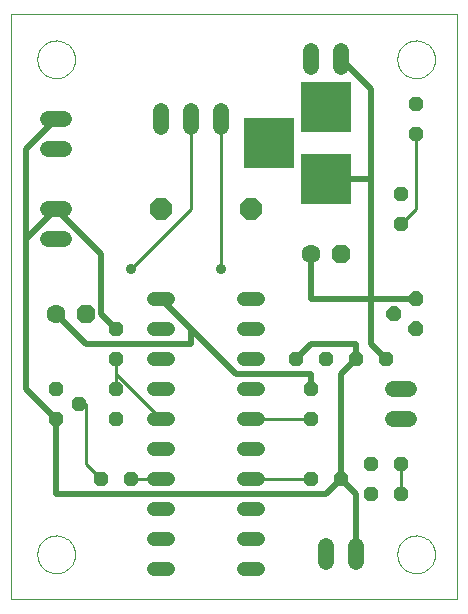
<source format=gtl>
G75*
%MOIN*%
%OFA0B0*%
%FSLAX24Y24*%
%IPPOS*%
%LPD*%
%AMOC8*
5,1,8,0,0,1.08239X$1,22.5*
%
%ADD10C,0.0000*%
%ADD11OC8,0.0750*%
%ADD12C,0.0480*%
%ADD13OC8,0.0500*%
%ADD14OC8,0.0480*%
%ADD15C,0.0540*%
%ADD16OC8,0.0630*%
%ADD17C,0.0630*%
%ADD18R,0.1660X0.1660*%
%ADD19C,0.0100*%
%ADD20C,0.0200*%
%ADD21C,0.0360*%
D10*
X000180Y000180D02*
X000180Y019676D01*
X015050Y019676D01*
X015050Y000180D01*
X000180Y000180D01*
X001050Y001680D02*
X001052Y001730D01*
X001058Y001780D01*
X001068Y001829D01*
X001082Y001877D01*
X001099Y001924D01*
X001120Y001969D01*
X001145Y002013D01*
X001173Y002054D01*
X001205Y002093D01*
X001239Y002130D01*
X001276Y002164D01*
X001316Y002194D01*
X001358Y002221D01*
X001402Y002245D01*
X001448Y002266D01*
X001495Y002282D01*
X001543Y002295D01*
X001593Y002304D01*
X001642Y002309D01*
X001693Y002310D01*
X001743Y002307D01*
X001792Y002300D01*
X001841Y002289D01*
X001889Y002274D01*
X001935Y002256D01*
X001980Y002234D01*
X002023Y002208D01*
X002064Y002179D01*
X002103Y002147D01*
X002139Y002112D01*
X002171Y002074D01*
X002201Y002034D01*
X002228Y001991D01*
X002251Y001947D01*
X002270Y001901D01*
X002286Y001853D01*
X002298Y001804D01*
X002306Y001755D01*
X002310Y001705D01*
X002310Y001655D01*
X002306Y001605D01*
X002298Y001556D01*
X002286Y001507D01*
X002270Y001459D01*
X002251Y001413D01*
X002228Y001369D01*
X002201Y001326D01*
X002171Y001286D01*
X002139Y001248D01*
X002103Y001213D01*
X002064Y001181D01*
X002023Y001152D01*
X001980Y001126D01*
X001935Y001104D01*
X001889Y001086D01*
X001841Y001071D01*
X001792Y001060D01*
X001743Y001053D01*
X001693Y001050D01*
X001642Y001051D01*
X001593Y001056D01*
X001543Y001065D01*
X001495Y001078D01*
X001448Y001094D01*
X001402Y001115D01*
X001358Y001139D01*
X001316Y001166D01*
X001276Y001196D01*
X001239Y001230D01*
X001205Y001267D01*
X001173Y001306D01*
X001145Y001347D01*
X001120Y001391D01*
X001099Y001436D01*
X001082Y001483D01*
X001068Y001531D01*
X001058Y001580D01*
X001052Y001630D01*
X001050Y001680D01*
X013050Y001680D02*
X013052Y001730D01*
X013058Y001780D01*
X013068Y001829D01*
X013082Y001877D01*
X013099Y001924D01*
X013120Y001969D01*
X013145Y002013D01*
X013173Y002054D01*
X013205Y002093D01*
X013239Y002130D01*
X013276Y002164D01*
X013316Y002194D01*
X013358Y002221D01*
X013402Y002245D01*
X013448Y002266D01*
X013495Y002282D01*
X013543Y002295D01*
X013593Y002304D01*
X013642Y002309D01*
X013693Y002310D01*
X013743Y002307D01*
X013792Y002300D01*
X013841Y002289D01*
X013889Y002274D01*
X013935Y002256D01*
X013980Y002234D01*
X014023Y002208D01*
X014064Y002179D01*
X014103Y002147D01*
X014139Y002112D01*
X014171Y002074D01*
X014201Y002034D01*
X014228Y001991D01*
X014251Y001947D01*
X014270Y001901D01*
X014286Y001853D01*
X014298Y001804D01*
X014306Y001755D01*
X014310Y001705D01*
X014310Y001655D01*
X014306Y001605D01*
X014298Y001556D01*
X014286Y001507D01*
X014270Y001459D01*
X014251Y001413D01*
X014228Y001369D01*
X014201Y001326D01*
X014171Y001286D01*
X014139Y001248D01*
X014103Y001213D01*
X014064Y001181D01*
X014023Y001152D01*
X013980Y001126D01*
X013935Y001104D01*
X013889Y001086D01*
X013841Y001071D01*
X013792Y001060D01*
X013743Y001053D01*
X013693Y001050D01*
X013642Y001051D01*
X013593Y001056D01*
X013543Y001065D01*
X013495Y001078D01*
X013448Y001094D01*
X013402Y001115D01*
X013358Y001139D01*
X013316Y001166D01*
X013276Y001196D01*
X013239Y001230D01*
X013205Y001267D01*
X013173Y001306D01*
X013145Y001347D01*
X013120Y001391D01*
X013099Y001436D01*
X013082Y001483D01*
X013068Y001531D01*
X013058Y001580D01*
X013052Y001630D01*
X013050Y001680D01*
X013050Y018180D02*
X013052Y018230D01*
X013058Y018280D01*
X013068Y018329D01*
X013082Y018377D01*
X013099Y018424D01*
X013120Y018469D01*
X013145Y018513D01*
X013173Y018554D01*
X013205Y018593D01*
X013239Y018630D01*
X013276Y018664D01*
X013316Y018694D01*
X013358Y018721D01*
X013402Y018745D01*
X013448Y018766D01*
X013495Y018782D01*
X013543Y018795D01*
X013593Y018804D01*
X013642Y018809D01*
X013693Y018810D01*
X013743Y018807D01*
X013792Y018800D01*
X013841Y018789D01*
X013889Y018774D01*
X013935Y018756D01*
X013980Y018734D01*
X014023Y018708D01*
X014064Y018679D01*
X014103Y018647D01*
X014139Y018612D01*
X014171Y018574D01*
X014201Y018534D01*
X014228Y018491D01*
X014251Y018447D01*
X014270Y018401D01*
X014286Y018353D01*
X014298Y018304D01*
X014306Y018255D01*
X014310Y018205D01*
X014310Y018155D01*
X014306Y018105D01*
X014298Y018056D01*
X014286Y018007D01*
X014270Y017959D01*
X014251Y017913D01*
X014228Y017869D01*
X014201Y017826D01*
X014171Y017786D01*
X014139Y017748D01*
X014103Y017713D01*
X014064Y017681D01*
X014023Y017652D01*
X013980Y017626D01*
X013935Y017604D01*
X013889Y017586D01*
X013841Y017571D01*
X013792Y017560D01*
X013743Y017553D01*
X013693Y017550D01*
X013642Y017551D01*
X013593Y017556D01*
X013543Y017565D01*
X013495Y017578D01*
X013448Y017594D01*
X013402Y017615D01*
X013358Y017639D01*
X013316Y017666D01*
X013276Y017696D01*
X013239Y017730D01*
X013205Y017767D01*
X013173Y017806D01*
X013145Y017847D01*
X013120Y017891D01*
X013099Y017936D01*
X013082Y017983D01*
X013068Y018031D01*
X013058Y018080D01*
X013052Y018130D01*
X013050Y018180D01*
X001050Y018180D02*
X001052Y018230D01*
X001058Y018280D01*
X001068Y018329D01*
X001082Y018377D01*
X001099Y018424D01*
X001120Y018469D01*
X001145Y018513D01*
X001173Y018554D01*
X001205Y018593D01*
X001239Y018630D01*
X001276Y018664D01*
X001316Y018694D01*
X001358Y018721D01*
X001402Y018745D01*
X001448Y018766D01*
X001495Y018782D01*
X001543Y018795D01*
X001593Y018804D01*
X001642Y018809D01*
X001693Y018810D01*
X001743Y018807D01*
X001792Y018800D01*
X001841Y018789D01*
X001889Y018774D01*
X001935Y018756D01*
X001980Y018734D01*
X002023Y018708D01*
X002064Y018679D01*
X002103Y018647D01*
X002139Y018612D01*
X002171Y018574D01*
X002201Y018534D01*
X002228Y018491D01*
X002251Y018447D01*
X002270Y018401D01*
X002286Y018353D01*
X002298Y018304D01*
X002306Y018255D01*
X002310Y018205D01*
X002310Y018155D01*
X002306Y018105D01*
X002298Y018056D01*
X002286Y018007D01*
X002270Y017959D01*
X002251Y017913D01*
X002228Y017869D01*
X002201Y017826D01*
X002171Y017786D01*
X002139Y017748D01*
X002103Y017713D01*
X002064Y017681D01*
X002023Y017652D01*
X001980Y017626D01*
X001935Y017604D01*
X001889Y017586D01*
X001841Y017571D01*
X001792Y017560D01*
X001743Y017553D01*
X001693Y017550D01*
X001642Y017551D01*
X001593Y017556D01*
X001543Y017565D01*
X001495Y017578D01*
X001448Y017594D01*
X001402Y017615D01*
X001358Y017639D01*
X001316Y017666D01*
X001276Y017696D01*
X001239Y017730D01*
X001205Y017767D01*
X001173Y017806D01*
X001145Y017847D01*
X001120Y017891D01*
X001099Y017936D01*
X001082Y017983D01*
X001068Y018031D01*
X001058Y018080D01*
X001052Y018130D01*
X001050Y018180D01*
D11*
X005180Y013180D03*
X008180Y013180D03*
D12*
X007940Y010182D02*
X008420Y010182D01*
X008420Y009182D02*
X007940Y009182D01*
X007940Y008182D02*
X008420Y008182D01*
X008420Y007182D02*
X007940Y007182D01*
X007940Y006182D02*
X008420Y006182D01*
X008420Y005182D02*
X007940Y005182D01*
X007940Y004182D02*
X008420Y004182D01*
X008420Y003182D02*
X007940Y003182D01*
X007940Y002182D02*
X008420Y002182D01*
X008420Y001182D02*
X007940Y001182D01*
X005420Y001182D02*
X004940Y001182D01*
X004940Y002182D02*
X005420Y002182D01*
X005420Y003182D02*
X004940Y003182D01*
X004940Y004182D02*
X005420Y004182D01*
X005420Y005182D02*
X004940Y005182D01*
X004940Y006182D02*
X005420Y006182D01*
X005420Y007182D02*
X004940Y007182D01*
X004940Y008182D02*
X005420Y008182D01*
X005420Y009182D02*
X004940Y009182D01*
X004940Y010182D02*
X005420Y010182D01*
D13*
X012930Y009680D03*
X013680Y009180D03*
X013680Y010180D03*
D14*
X012680Y008180D03*
X011680Y008180D03*
X010680Y008180D03*
X010180Y007180D03*
X010180Y006180D03*
X010180Y004180D03*
X011180Y004180D03*
X012180Y003680D03*
X012180Y004680D03*
X013180Y004680D03*
X013180Y003680D03*
X009680Y008180D03*
X013180Y012680D03*
X013180Y013680D03*
X013680Y015680D03*
X013680Y016680D03*
X004180Y004180D03*
X003180Y004180D03*
X003680Y006180D03*
X003680Y007180D03*
X003680Y008180D03*
X003680Y009180D03*
X002430Y006680D03*
X001680Y006180D03*
X001680Y007180D03*
D15*
X001410Y012180D02*
X001950Y012180D01*
X001950Y013180D02*
X001410Y013180D01*
X001410Y015180D02*
X001950Y015180D01*
X001950Y016180D02*
X001410Y016180D01*
X005180Y015910D02*
X005180Y016450D01*
X006180Y016450D02*
X006180Y015910D01*
X007180Y015910D02*
X007180Y016450D01*
X010180Y017910D02*
X010180Y018450D01*
X011180Y018450D02*
X011180Y017910D01*
X012910Y007180D02*
X013450Y007180D01*
X013450Y006180D02*
X012910Y006180D01*
X011680Y001950D02*
X011680Y001410D01*
X010680Y001410D02*
X010680Y001950D01*
D16*
X011180Y011680D03*
X002680Y009680D03*
D17*
X001680Y009680D03*
X010180Y011680D03*
D18*
X010680Y014180D03*
X008780Y015380D03*
X010680Y016580D03*
D19*
X013680Y015680D02*
X013680Y013180D01*
X013180Y012680D01*
X010180Y006180D02*
X008180Y006180D01*
X008180Y006182D01*
X008180Y004182D02*
X008180Y004180D01*
X010180Y004180D01*
X013180Y004680D02*
X013180Y003680D01*
X007180Y011180D02*
X007180Y016180D01*
X006180Y016180D02*
X006180Y013180D01*
X004180Y011180D01*
X003680Y008180D02*
X003680Y007680D01*
X005180Y006180D01*
X005180Y006182D01*
X003680Y007180D02*
X003680Y007680D01*
X002680Y006680D02*
X002430Y006680D01*
X002680Y006680D02*
X002680Y004680D01*
X003180Y004180D01*
X004180Y004180D02*
X005180Y004180D01*
X005180Y004182D01*
D20*
X007680Y007680D02*
X010180Y007680D01*
X010180Y007180D01*
X009680Y008180D02*
X010180Y008680D01*
X011680Y008680D01*
X011680Y008180D01*
X011180Y007680D01*
X011180Y004180D01*
X010680Y003680D01*
X001680Y003680D01*
X001680Y006180D01*
X000680Y007180D01*
X000680Y012180D01*
X000680Y015180D01*
X001680Y016180D01*
X001680Y013180D02*
X003180Y011680D01*
X003180Y009680D01*
X003680Y009180D01*
X002680Y008680D02*
X006180Y008680D01*
X006180Y009180D01*
X005180Y010180D01*
X005180Y010182D01*
X006180Y009180D02*
X007680Y007680D01*
X010180Y010180D02*
X010180Y011680D01*
X010180Y010180D02*
X012180Y010180D01*
X012180Y008680D01*
X012680Y008180D01*
X012180Y010180D02*
X012180Y014180D01*
X010680Y014180D01*
X012180Y014180D02*
X012180Y017180D01*
X011180Y018180D01*
X012180Y010180D02*
X013680Y010180D01*
X011180Y004180D02*
X011680Y003680D01*
X011680Y001680D01*
X002680Y008680D02*
X001680Y009680D01*
X000680Y012180D02*
X001680Y013180D01*
D21*
X004180Y011180D03*
X007180Y011180D03*
M02*

</source>
